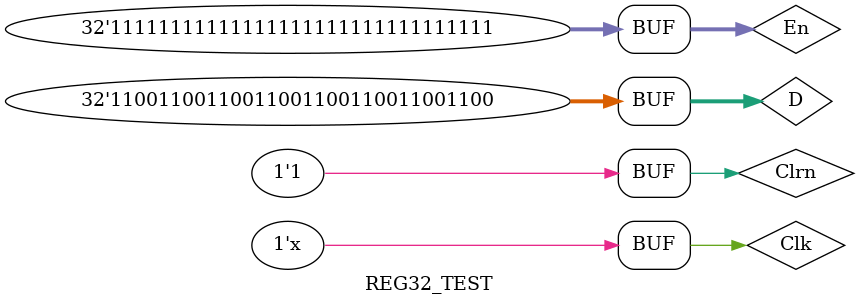
<source format=v>
`timescale 1ns / 1ps


module REG32(D, En, Clk, Clrn, 
Q31, Q30, Q29, Q28, Q27, Q26, Q25,
Q24, Q23, Q22, Q21, Q20, Q19, Q18, Q17,
Q16, Q15, Q14, Q13, Q12, Q11, Q10, Q9,
Q8, Q7, Q6, Q5, Q4, Q3, Q2, Q1, Q0);
    input [31:0] D, En;
    input Clk, Clrn;
    output [31:0] Q31, Q30, Q29, Q28, Q27, Q26, Q25,
    Q24, Q23, Q22, Q21, Q20, Q19, Q18, Q17,
    Q16, Q15, Q14, Q13, Q12, Q11, Q10, Q9,
    Q8, Q7, Q6, Q5, Q4, Q3, Q2, Q1, Q0;
    D_FFEC32 q31(D,Clk,En[31],Clrn,Q31);
    D_FFEC32 q30(D,Clk,En[30],Clrn,Q30);
    D_FFEC32 q29(D,Clk,En[29],Clrn,Q29);
    D_FFEC32 q28(D,Clk,En[28],Clrn,Q28);
    D_FFEC32 q27(D,Clk,En[27],Clrn,Q27);
    D_FFEC32 q26(D,Clk,En[26],Clrn,Q26);
    D_FFEC32 q25(D,Clk,En[25],Clrn,Q25);
    D_FFEC32 q24(D,Clk,En[24],Clrn,Q24);
    D_FFEC32 q23(D,Clk,En[23],Clrn,Q23);
    D_FFEC32 q22(D,Clk,En[22],Clrn,Q22);
    D_FFEC32 q21(D,Clk,En[21],Clrn,Q21);
    D_FFEC32 q20(D,Clk,En[20],Clrn,Q20);
    D_FFEC32 q19(D,Clk,En[19],Clrn,Q19);
    D_FFEC32 q18(D,Clk,En[18],Clrn,Q18);
    D_FFEC32 q17(D,Clk,En[17],Clrn,Q17);
    D_FFEC32 q16(D,Clk,En[16],Clrn,Q16);
    D_FFEC32 q15(D,Clk,En[15],Clrn,Q15);
    D_FFEC32 q14(D,Clk,En[14],Clrn,Q14);
    D_FFEC32 q13(D,Clk,En[13],Clrn,Q13);
    D_FFEC32 q12(D,Clk,En[12],Clrn,Q12);
    D_FFEC32 q11(D,Clk,En[11],Clrn,Q11);
    D_FFEC32 q10(D,Clk,En[10],Clrn,Q10);
    D_FFEC32 q9 (D,Clk,En[9],Clrn,Q9);
    D_FFEC32 q8 (D,Clk,En[8],Clrn,Q8);
    D_FFEC32 q7 (D,Clk,En[7],Clrn,Q7);
    D_FFEC32 q6 (D,Clk,En[6],Clrn,Q6);
    D_FFEC32 q5 (D,Clk,En[5],Clrn,Q5);
    D_FFEC32 q4 (D,Clk,En[4],Clrn,Q4);
    D_FFEC32 q3 (D,Clk,En[3],Clrn,Q3);
    D_FFEC32 q2 (D,Clk,En[2],Clrn,Q2);
    D_FFEC32 q1 (D,Clk,En[1],Clrn,Q1);
    assign Q0 = 0;
endmodule

module REG32_TEST;
        reg [31:0] D, En;
        reg Clk, Clrn;
        wire [31:0] Q31, Q30, Q29, Q28, Q27, Q26, Q25,
        Q24, Q23, Q22, Q21, Q20, Q19, Q18, Q17,
        Q16, Q15, Q14, Q13, Q12, Q11, Q10, Q9,
        Q8, Q7, Q6, Q5, Q4, Q3, Q2, Q1, Q0;
        REG32 REG32_test(.D(D), .En(En), .Clk(Clk), .Clrn(Clrn),  
        .Q31(Q31), .Q30(Q30), .Q29(Q29), .Q28(Q28), .Q27(Q27), .Q26(Q26), .Q25(Q25),
        .Q24(Q24), .Q23(Q23), .Q22(Q22), .Q21(Q21), .Q20(Q20), .Q19(Q19), .Q18(Q18), .Q17(Q17),
        .Q16(Q16), .Q15(Q15), .Q14(Q14), .Q13(Q13), .Q12(Q12), .Q11(Q11), .Q10(Q10), .Q9(Q9),
        .Q8(Q8), .Q7(Q7), .Q6(Q6), .Q5(Q5), .Q4(Q4), .Q3(Q3), .Q2(Q2), .Q1(Q1), .Q0(Q0));
        always #20 Clk = ~Clk;
       initial begin;
            Clk = 0;
            D = 'b11110000111100001111000011110000;
            En = 'b11111111111111111111111111111111;
            Clrn = 1;
            
            #40;
            
            D = 'b00001111000011110000111100001111;
            
            #40
            
            D = 'b00110011001100110011001100110011;
            
            #40;
            
            D = 'b11001100110011001100110011001100;
            
       end
endmodule

</source>
